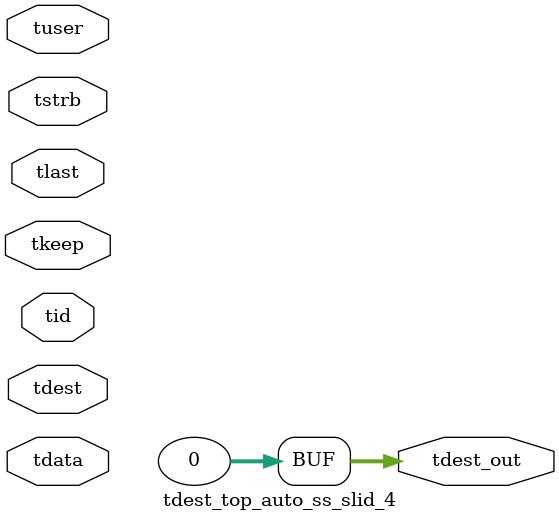
<source format=v>


`timescale 1ps/1ps

module tdest_top_auto_ss_slid_4 #
(
parameter C_S_AXIS_TDATA_WIDTH = 32,
parameter C_S_AXIS_TUSER_WIDTH = 0,
parameter C_S_AXIS_TID_WIDTH   = 0,
parameter C_S_AXIS_TDEST_WIDTH = 0,
parameter C_M_AXIS_TDEST_WIDTH = 32
)
(
input  [(C_S_AXIS_TDATA_WIDTH == 0 ? 1 : C_S_AXIS_TDATA_WIDTH)-1:0     ] tdata,
input  [(C_S_AXIS_TUSER_WIDTH == 0 ? 1 : C_S_AXIS_TUSER_WIDTH)-1:0     ] tuser,
input  [(C_S_AXIS_TID_WIDTH   == 0 ? 1 : C_S_AXIS_TID_WIDTH)-1:0       ] tid,
input  [(C_S_AXIS_TDEST_WIDTH == 0 ? 1 : C_S_AXIS_TDEST_WIDTH)-1:0     ] tdest,
input  [(C_S_AXIS_TDATA_WIDTH/8)-1:0 ] tkeep,
input  [(C_S_AXIS_TDATA_WIDTH/8)-1:0 ] tstrb,
input                                                                    tlast,
output [C_M_AXIS_TDEST_WIDTH-1:0] tdest_out
);

assign tdest_out = {3'b000};

endmodule


</source>
